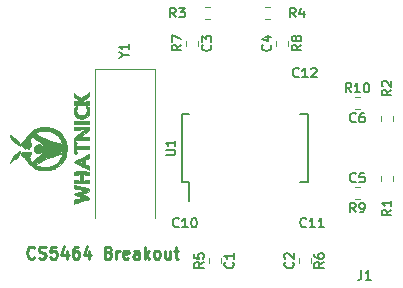
<source format=gto>
G04 #@! TF.GenerationSoftware,KiCad,Pcbnew,(2018-02-15 revision 29b28de31)-makepkg*
G04 #@! TF.CreationDate,2019-01-06T21:13:36+03:00*
G04 #@! TF.ProjectId,CS5464_Breakout,4353353436345F427265616B6F75742E,rev?*
G04 #@! TF.SameCoordinates,Original*
G04 #@! TF.FileFunction,Legend,Top*
G04 #@! TF.FilePolarity,Positive*
%FSLAX46Y46*%
G04 Gerber Fmt 4.6, Leading zero omitted, Abs format (unit mm)*
G04 Created by KiCad (PCBNEW (2018-02-15 revision 29b28de31)-makepkg) date 01/06/19 21:13:36*
%MOMM*%
%LPD*%
G01*
G04 APERTURE LIST*
%ADD10C,0.250000*%
%ADD11C,0.010000*%
%ADD12C,0.120000*%
%ADD13C,0.150000*%
%ADD14C,0.200000*%
G04 APERTURE END LIST*
D10*
X113006904Y-102592142D02*
X112959285Y-102639761D01*
X112816428Y-102687380D01*
X112721190Y-102687380D01*
X112578333Y-102639761D01*
X112483095Y-102544523D01*
X112435476Y-102449285D01*
X112387857Y-102258809D01*
X112387857Y-102115952D01*
X112435476Y-101925476D01*
X112483095Y-101830238D01*
X112578333Y-101735000D01*
X112721190Y-101687380D01*
X112816428Y-101687380D01*
X112959285Y-101735000D01*
X113006904Y-101782619D01*
X113387857Y-102639761D02*
X113530714Y-102687380D01*
X113768809Y-102687380D01*
X113864047Y-102639761D01*
X113911666Y-102592142D01*
X113959285Y-102496904D01*
X113959285Y-102401666D01*
X113911666Y-102306428D01*
X113864047Y-102258809D01*
X113768809Y-102211190D01*
X113578333Y-102163571D01*
X113483095Y-102115952D01*
X113435476Y-102068333D01*
X113387857Y-101973095D01*
X113387857Y-101877857D01*
X113435476Y-101782619D01*
X113483095Y-101735000D01*
X113578333Y-101687380D01*
X113816428Y-101687380D01*
X113959285Y-101735000D01*
X114864047Y-101687380D02*
X114387857Y-101687380D01*
X114340238Y-102163571D01*
X114387857Y-102115952D01*
X114483095Y-102068333D01*
X114721190Y-102068333D01*
X114816428Y-102115952D01*
X114864047Y-102163571D01*
X114911666Y-102258809D01*
X114911666Y-102496904D01*
X114864047Y-102592142D01*
X114816428Y-102639761D01*
X114721190Y-102687380D01*
X114483095Y-102687380D01*
X114387857Y-102639761D01*
X114340238Y-102592142D01*
X115768809Y-102020714D02*
X115768809Y-102687380D01*
X115530714Y-101639761D02*
X115292619Y-102354047D01*
X115911666Y-102354047D01*
X116721190Y-101687380D02*
X116530714Y-101687380D01*
X116435476Y-101735000D01*
X116387857Y-101782619D01*
X116292619Y-101925476D01*
X116245000Y-102115952D01*
X116245000Y-102496904D01*
X116292619Y-102592142D01*
X116340238Y-102639761D01*
X116435476Y-102687380D01*
X116625952Y-102687380D01*
X116721190Y-102639761D01*
X116768809Y-102592142D01*
X116816428Y-102496904D01*
X116816428Y-102258809D01*
X116768809Y-102163571D01*
X116721190Y-102115952D01*
X116625952Y-102068333D01*
X116435476Y-102068333D01*
X116340238Y-102115952D01*
X116292619Y-102163571D01*
X116245000Y-102258809D01*
X117673571Y-102020714D02*
X117673571Y-102687380D01*
X117435476Y-101639761D02*
X117197380Y-102354047D01*
X117816428Y-102354047D01*
X119292619Y-102163571D02*
X119435476Y-102211190D01*
X119483095Y-102258809D01*
X119530714Y-102354047D01*
X119530714Y-102496904D01*
X119483095Y-102592142D01*
X119435476Y-102639761D01*
X119340238Y-102687380D01*
X118959285Y-102687380D01*
X118959285Y-101687380D01*
X119292619Y-101687380D01*
X119387857Y-101735000D01*
X119435476Y-101782619D01*
X119483095Y-101877857D01*
X119483095Y-101973095D01*
X119435476Y-102068333D01*
X119387857Y-102115952D01*
X119292619Y-102163571D01*
X118959285Y-102163571D01*
X119959285Y-102687380D02*
X119959285Y-102020714D01*
X119959285Y-102211190D02*
X120006904Y-102115952D01*
X120054523Y-102068333D01*
X120149761Y-102020714D01*
X120245000Y-102020714D01*
X120959285Y-102639761D02*
X120864047Y-102687380D01*
X120673571Y-102687380D01*
X120578333Y-102639761D01*
X120530714Y-102544523D01*
X120530714Y-102163571D01*
X120578333Y-102068333D01*
X120673571Y-102020714D01*
X120864047Y-102020714D01*
X120959285Y-102068333D01*
X121006904Y-102163571D01*
X121006904Y-102258809D01*
X120530714Y-102354047D01*
X121864047Y-102687380D02*
X121864047Y-102163571D01*
X121816428Y-102068333D01*
X121721190Y-102020714D01*
X121530714Y-102020714D01*
X121435476Y-102068333D01*
X121864047Y-102639761D02*
X121768809Y-102687380D01*
X121530714Y-102687380D01*
X121435476Y-102639761D01*
X121387857Y-102544523D01*
X121387857Y-102449285D01*
X121435476Y-102354047D01*
X121530714Y-102306428D01*
X121768809Y-102306428D01*
X121864047Y-102258809D01*
X122340238Y-102687380D02*
X122340238Y-101687380D01*
X122435476Y-102306428D02*
X122721190Y-102687380D01*
X122721190Y-102020714D02*
X122340238Y-102401666D01*
X123292619Y-102687380D02*
X123197380Y-102639761D01*
X123149761Y-102592142D01*
X123102142Y-102496904D01*
X123102142Y-102211190D01*
X123149761Y-102115952D01*
X123197380Y-102068333D01*
X123292619Y-102020714D01*
X123435476Y-102020714D01*
X123530714Y-102068333D01*
X123578333Y-102115952D01*
X123625952Y-102211190D01*
X123625952Y-102496904D01*
X123578333Y-102592142D01*
X123530714Y-102639761D01*
X123435476Y-102687380D01*
X123292619Y-102687380D01*
X124483095Y-102020714D02*
X124483095Y-102687380D01*
X124054523Y-102020714D02*
X124054523Y-102544523D01*
X124102142Y-102639761D01*
X124197380Y-102687380D01*
X124340238Y-102687380D01*
X124435476Y-102639761D01*
X124483095Y-102592142D01*
X124816428Y-102020714D02*
X125197380Y-102020714D01*
X124959285Y-101687380D02*
X124959285Y-102544523D01*
X125006904Y-102639761D01*
X125102142Y-102687380D01*
X125197380Y-102687380D01*
D11*
G36*
X116350986Y-96484967D02*
X116432220Y-96472412D01*
X116474875Y-96483411D01*
X116601354Y-96518829D01*
X116811273Y-96576098D01*
X117065312Y-96644515D01*
X117141625Y-96664914D01*
X117443069Y-96757672D01*
X117619439Y-96843898D01*
X117672245Y-96927272D01*
X117603001Y-97011477D01*
X117413220Y-97100194D01*
X117332125Y-97128532D01*
X116998750Y-97239270D01*
X117316250Y-97345455D01*
X117545617Y-97441008D01*
X117648071Y-97532310D01*
X117623590Y-97620109D01*
X117472154Y-97705155D01*
X117304460Y-97759639D01*
X117043171Y-97834523D01*
X116780099Y-97913487D01*
X116654063Y-97953100D01*
X116483617Y-98006910D01*
X116372631Y-98039518D01*
X116352438Y-98044000D01*
X116337124Y-97989426D01*
X116332000Y-97883258D01*
X116340694Y-97784541D01*
X116384640Y-97721950D01*
X116490629Y-97680896D01*
X116685454Y-97646792D01*
X116793604Y-97631916D01*
X116961535Y-97598461D01*
X117055060Y-97557961D01*
X117062305Y-97536090D01*
X116986966Y-97489699D01*
X116827402Y-97426852D01*
X116671611Y-97377180D01*
X116491931Y-97315187D01*
X116384832Y-97258690D01*
X116371159Y-97225487D01*
X116457822Y-97181589D01*
X116626456Y-97115979D01*
X116803701Y-97055097D01*
X117180152Y-96932750D01*
X116756076Y-96839280D01*
X116529966Y-96784798D01*
X116401957Y-96736181D01*
X116344989Y-96677760D01*
X116332000Y-96593868D01*
X116332000Y-96593749D01*
X116350986Y-96484967D01*
X116350986Y-96484967D01*
G37*
X116350986Y-96484967D02*
X116432220Y-96472412D01*
X116474875Y-96483411D01*
X116601354Y-96518829D01*
X116811273Y-96576098D01*
X117065312Y-96644515D01*
X117141625Y-96664914D01*
X117443069Y-96757672D01*
X117619439Y-96843898D01*
X117672245Y-96927272D01*
X117603001Y-97011477D01*
X117413220Y-97100194D01*
X117332125Y-97128532D01*
X116998750Y-97239270D01*
X117316250Y-97345455D01*
X117545617Y-97441008D01*
X117648071Y-97532310D01*
X117623590Y-97620109D01*
X117472154Y-97705155D01*
X117304460Y-97759639D01*
X117043171Y-97834523D01*
X116780099Y-97913487D01*
X116654063Y-97953100D01*
X116483617Y-98006910D01*
X116372631Y-98039518D01*
X116352438Y-98044000D01*
X116337124Y-97989426D01*
X116332000Y-97883258D01*
X116340694Y-97784541D01*
X116384640Y-97721950D01*
X116490629Y-97680896D01*
X116685454Y-97646792D01*
X116793604Y-97631916D01*
X116961535Y-97598461D01*
X117055060Y-97557961D01*
X117062305Y-97536090D01*
X116986966Y-97489699D01*
X116827402Y-97426852D01*
X116671611Y-97377180D01*
X116491931Y-97315187D01*
X116384832Y-97258690D01*
X116371159Y-97225487D01*
X116457822Y-97181589D01*
X116626456Y-97115979D01*
X116803701Y-97055097D01*
X117180152Y-96932750D01*
X116756076Y-96839280D01*
X116529966Y-96784798D01*
X116401957Y-96736181D01*
X116344989Y-96677760D01*
X116332000Y-96593868D01*
X116332000Y-96593749D01*
X116350986Y-96484967D01*
G36*
X116336458Y-95397282D02*
X116364917Y-95353744D01*
X116440000Y-95328715D01*
X116584331Y-95317071D01*
X116820534Y-95313692D01*
X116998750Y-95313500D01*
X117295433Y-95314510D01*
X117487741Y-95320953D01*
X117598298Y-95337951D01*
X117649727Y-95370627D01*
X117664653Y-95424103D01*
X117665500Y-95464450D01*
X117655299Y-95555942D01*
X117602216Y-95594081D01*
X117472524Y-95592881D01*
X117379750Y-95583192D01*
X117094000Y-95550984D01*
X117094000Y-96092017D01*
X117379750Y-96059809D01*
X117555121Y-96045430D01*
X117638645Y-96064058D01*
X117664046Y-96129705D01*
X117665500Y-96178551D01*
X117661041Y-96245719D01*
X117632582Y-96289257D01*
X117557499Y-96314286D01*
X117413168Y-96325930D01*
X117176965Y-96329309D01*
X116998750Y-96329500D01*
X116702066Y-96328491D01*
X116509758Y-96322048D01*
X116399201Y-96305050D01*
X116347772Y-96272374D01*
X116332846Y-96218898D01*
X116332000Y-96178551D01*
X116342200Y-96087059D01*
X116395283Y-96048920D01*
X116524975Y-96050120D01*
X116617750Y-96059809D01*
X116903500Y-96092017D01*
X116903500Y-95550984D01*
X116617750Y-95583192D01*
X116442378Y-95597571D01*
X116358854Y-95578943D01*
X116333453Y-95513296D01*
X116332000Y-95464450D01*
X116336458Y-95397282D01*
X116336458Y-95397282D01*
G37*
X116336458Y-95397282D02*
X116364917Y-95353744D01*
X116440000Y-95328715D01*
X116584331Y-95317071D01*
X116820534Y-95313692D01*
X116998750Y-95313500D01*
X117295433Y-95314510D01*
X117487741Y-95320953D01*
X117598298Y-95337951D01*
X117649727Y-95370627D01*
X117664653Y-95424103D01*
X117665500Y-95464450D01*
X117655299Y-95555942D01*
X117602216Y-95594081D01*
X117472524Y-95592881D01*
X117379750Y-95583192D01*
X117094000Y-95550984D01*
X117094000Y-96092017D01*
X117379750Y-96059809D01*
X117555121Y-96045430D01*
X117638645Y-96064058D01*
X117664046Y-96129705D01*
X117665500Y-96178551D01*
X117661041Y-96245719D01*
X117632582Y-96289257D01*
X117557499Y-96314286D01*
X117413168Y-96325930D01*
X117176965Y-96329309D01*
X116998750Y-96329500D01*
X116702066Y-96328491D01*
X116509758Y-96322048D01*
X116399201Y-96305050D01*
X116347772Y-96272374D01*
X116332846Y-96218898D01*
X116332000Y-96178551D01*
X116342200Y-96087059D01*
X116395283Y-96048920D01*
X116524975Y-96050120D01*
X116617750Y-96059809D01*
X116903500Y-96092017D01*
X116903500Y-95550984D01*
X116617750Y-95583192D01*
X116442378Y-95597571D01*
X116358854Y-95578943D01*
X116333453Y-95513296D01*
X116332000Y-95464450D01*
X116336458Y-95397282D01*
G36*
X116424131Y-94466452D02*
X116583140Y-94384022D01*
X116807192Y-94272622D01*
X117028692Y-94165307D01*
X117665500Y-93860165D01*
X117665500Y-94039145D01*
X117643007Y-94171971D01*
X117549950Y-94237367D01*
X117471118Y-94257002D01*
X117344022Y-94294458D01*
X117294643Y-94366008D01*
X117295127Y-94515564D01*
X117296493Y-94532306D01*
X117327228Y-94698572D01*
X117400291Y-94780150D01*
X117475000Y-94805504D01*
X117605275Y-94878056D01*
X117654510Y-95021307D01*
X117653725Y-95140182D01*
X117622760Y-95174212D01*
X117547108Y-95137393D01*
X117382866Y-95057901D01*
X117155841Y-94948214D01*
X116974749Y-94860815D01*
X116974749Y-94610854D01*
X117027735Y-94559931D01*
X117030500Y-94525695D01*
X116983959Y-94463527D01*
X116898132Y-94471005D01*
X116813053Y-94508634D01*
X116845513Y-94556111D01*
X116850507Y-94559338D01*
X116974749Y-94610854D01*
X116974749Y-94860815D01*
X116944242Y-94846091D01*
X116695871Y-94721648D01*
X116501069Y-94615130D01*
X116381437Y-94538958D01*
X116355060Y-94507273D01*
X116424131Y-94466452D01*
X116424131Y-94466452D01*
G37*
X116424131Y-94466452D02*
X116583140Y-94384022D01*
X116807192Y-94272622D01*
X117028692Y-94165307D01*
X117665500Y-93860165D01*
X117665500Y-94039145D01*
X117643007Y-94171971D01*
X117549950Y-94237367D01*
X117471118Y-94257002D01*
X117344022Y-94294458D01*
X117294643Y-94366008D01*
X117295127Y-94515564D01*
X117296493Y-94532306D01*
X117327228Y-94698572D01*
X117400291Y-94780150D01*
X117475000Y-94805504D01*
X117605275Y-94878056D01*
X117654510Y-95021307D01*
X117653725Y-95140182D01*
X117622760Y-95174212D01*
X117547108Y-95137393D01*
X117382866Y-95057901D01*
X117155841Y-94948214D01*
X116974749Y-94860815D01*
X116974749Y-94610854D01*
X117027735Y-94559931D01*
X117030500Y-94525695D01*
X116983959Y-94463527D01*
X116898132Y-94471005D01*
X116813053Y-94508634D01*
X116845513Y-94556111D01*
X116850507Y-94559338D01*
X116974749Y-94610854D01*
X116974749Y-94860815D01*
X116944242Y-94846091D01*
X116695871Y-94721648D01*
X116501069Y-94615130D01*
X116381437Y-94538958D01*
X116355060Y-94507273D01*
X116424131Y-94466452D01*
G36*
X116776500Y-92142929D02*
X116975835Y-91990785D01*
X117128921Y-91866482D01*
X117212356Y-91789356D01*
X117221000Y-91775738D01*
X117163142Y-91762560D01*
X117010826Y-91762246D01*
X116795933Y-91774752D01*
X116776500Y-91776346D01*
X116544562Y-91793485D01*
X116411584Y-91791989D01*
X116350128Y-91765567D01*
X116332753Y-91707926D01*
X116332000Y-91674431D01*
X116338103Y-91612459D01*
X116371469Y-91572283D01*
X116454678Y-91549189D01*
X116610314Y-91538464D01*
X116860957Y-91535392D01*
X116998750Y-91535250D01*
X117295908Y-91536709D01*
X117488594Y-91544053D01*
X117599328Y-91561738D01*
X117650628Y-91594216D01*
X117665014Y-91645942D01*
X117665500Y-91667118D01*
X117608495Y-91790545D01*
X117436297Y-91957807D01*
X117277115Y-92079868D01*
X116888731Y-92360750D01*
X117277115Y-92379656D01*
X117493639Y-92395403D01*
X117611483Y-92422787D01*
X117658959Y-92472224D01*
X117665500Y-92522531D01*
X117655179Y-92581643D01*
X117608102Y-92618310D01*
X117500094Y-92637810D01*
X117306983Y-92645420D01*
X117097747Y-92646500D01*
X116778493Y-92657417D01*
X116565206Y-92688849D01*
X116463820Y-92738822D01*
X116480272Y-92805361D01*
X116523470Y-92837600D01*
X116574591Y-92932412D01*
X116569300Y-93021001D01*
X116559458Y-93084453D01*
X116585699Y-93123767D01*
X116670926Y-93144706D01*
X116838039Y-93153029D01*
X117099944Y-93154500D01*
X117368854Y-93155986D01*
X117535315Y-93164806D01*
X117623877Y-93187506D01*
X117659087Y-93230629D01*
X117665495Y-93300721D01*
X117665500Y-93305278D01*
X117661138Y-93376129D01*
X117631867Y-93418732D01*
X117553406Y-93438056D01*
X117401472Y-93439074D01*
X117151786Y-93426754D01*
X117089421Y-93423209D01*
X116513342Y-93390363D01*
X116555930Y-93617373D01*
X116576924Y-93765014D01*
X116553714Y-93819543D01*
X116471994Y-93811278D01*
X116465258Y-93809536D01*
X116405101Y-93785113D01*
X116366379Y-93733676D01*
X116344413Y-93631151D01*
X116334522Y-93453462D01*
X116332026Y-93176535D01*
X116332000Y-93124075D01*
X116332000Y-92473463D01*
X116776500Y-92142929D01*
X116776500Y-92142929D01*
G37*
X116776500Y-92142929D02*
X116975835Y-91990785D01*
X117128921Y-91866482D01*
X117212356Y-91789356D01*
X117221000Y-91775738D01*
X117163142Y-91762560D01*
X117010826Y-91762246D01*
X116795933Y-91774752D01*
X116776500Y-91776346D01*
X116544562Y-91793485D01*
X116411584Y-91791989D01*
X116350128Y-91765567D01*
X116332753Y-91707926D01*
X116332000Y-91674431D01*
X116338103Y-91612459D01*
X116371469Y-91572283D01*
X116454678Y-91549189D01*
X116610314Y-91538464D01*
X116860957Y-91535392D01*
X116998750Y-91535250D01*
X117295908Y-91536709D01*
X117488594Y-91544053D01*
X117599328Y-91561738D01*
X117650628Y-91594216D01*
X117665014Y-91645942D01*
X117665500Y-91667118D01*
X117608495Y-91790545D01*
X117436297Y-91957807D01*
X117277115Y-92079868D01*
X116888731Y-92360750D01*
X117277115Y-92379656D01*
X117493639Y-92395403D01*
X117611483Y-92422787D01*
X117658959Y-92472224D01*
X117665500Y-92522531D01*
X117655179Y-92581643D01*
X117608102Y-92618310D01*
X117500094Y-92637810D01*
X117306983Y-92645420D01*
X117097747Y-92646500D01*
X116778493Y-92657417D01*
X116565206Y-92688849D01*
X116463820Y-92738822D01*
X116480272Y-92805361D01*
X116523470Y-92837600D01*
X116574591Y-92932412D01*
X116569300Y-93021001D01*
X116559458Y-93084453D01*
X116585699Y-93123767D01*
X116670926Y-93144706D01*
X116838039Y-93153029D01*
X117099944Y-93154500D01*
X117368854Y-93155986D01*
X117535315Y-93164806D01*
X117623877Y-93187506D01*
X117659087Y-93230629D01*
X117665495Y-93300721D01*
X117665500Y-93305278D01*
X117661138Y-93376129D01*
X117631867Y-93418732D01*
X117553406Y-93438056D01*
X117401472Y-93439074D01*
X117151786Y-93426754D01*
X117089421Y-93423209D01*
X116513342Y-93390363D01*
X116555930Y-93617373D01*
X116576924Y-93765014D01*
X116553714Y-93819543D01*
X116471994Y-93811278D01*
X116465258Y-93809536D01*
X116405101Y-93785113D01*
X116366379Y-93733676D01*
X116344413Y-93631151D01*
X116334522Y-93453462D01*
X116332026Y-93176535D01*
X116332000Y-93124075D01*
X116332000Y-92473463D01*
X116776500Y-92142929D01*
G36*
X116337540Y-91106528D02*
X116369230Y-91065301D01*
X116449670Y-91041601D01*
X116601462Y-91030586D01*
X116847207Y-91027411D01*
X116998750Y-91027250D01*
X117295539Y-91028438D01*
X117487932Y-91035228D01*
X117598531Y-91052466D01*
X117649936Y-91084992D01*
X117664749Y-91137652D01*
X117665500Y-91170125D01*
X117659959Y-91233723D01*
X117628269Y-91274950D01*
X117547829Y-91298650D01*
X117396037Y-91309665D01*
X117150292Y-91312840D01*
X116998750Y-91313000D01*
X116701960Y-91311813D01*
X116509567Y-91305023D01*
X116398968Y-91287785D01*
X116347563Y-91255259D01*
X116332750Y-91202599D01*
X116332000Y-91170125D01*
X116337540Y-91106528D01*
X116337540Y-91106528D01*
G37*
X116337540Y-91106528D02*
X116369230Y-91065301D01*
X116449670Y-91041601D01*
X116601462Y-91030586D01*
X116847207Y-91027411D01*
X116998750Y-91027250D01*
X117295539Y-91028438D01*
X117487932Y-91035228D01*
X117598531Y-91052466D01*
X117649936Y-91084992D01*
X117664749Y-91137652D01*
X117665500Y-91170125D01*
X117659959Y-91233723D01*
X117628269Y-91274950D01*
X117547829Y-91298650D01*
X117396037Y-91309665D01*
X117150292Y-91312840D01*
X116998750Y-91313000D01*
X116701960Y-91311813D01*
X116509567Y-91305023D01*
X116398968Y-91287785D01*
X116347563Y-91255259D01*
X116332750Y-91202599D01*
X116332000Y-91170125D01*
X116337540Y-91106528D01*
G36*
X116355656Y-89954311D02*
X116426785Y-89828655D01*
X116530503Y-89789000D01*
X116624778Y-89812267D01*
X116617046Y-89898526D01*
X116616377Y-89900125D01*
X116552206Y-90162580D01*
X116592299Y-90372894D01*
X116728211Y-90515671D01*
X116951495Y-90575514D01*
X116987410Y-90576400D01*
X117231644Y-90526820D01*
X117398107Y-90394018D01*
X117471833Y-90201906D01*
X117437857Y-89974394D01*
X117406555Y-89906761D01*
X117371041Y-89813578D01*
X117427873Y-89793316D01*
X117485930Y-89799811D01*
X117574046Y-89827353D01*
X117622134Y-89900121D01*
X117645955Y-90051516D01*
X117652928Y-90153708D01*
X117655098Y-90366998D01*
X117621319Y-90505824D01*
X117537372Y-90620850D01*
X117515522Y-90643250D01*
X117270243Y-90813088D01*
X117004765Y-90859489D01*
X116730361Y-90782058D01*
X116566928Y-90676629D01*
X116442413Y-90528180D01*
X116364805Y-90336616D01*
X116335441Y-90134479D01*
X116355656Y-89954311D01*
X116355656Y-89954311D01*
G37*
X116355656Y-89954311D02*
X116426785Y-89828655D01*
X116530503Y-89789000D01*
X116624778Y-89812267D01*
X116617046Y-89898526D01*
X116616377Y-89900125D01*
X116552206Y-90162580D01*
X116592299Y-90372894D01*
X116728211Y-90515671D01*
X116951495Y-90575514D01*
X116987410Y-90576400D01*
X117231644Y-90526820D01*
X117398107Y-90394018D01*
X117471833Y-90201906D01*
X117437857Y-89974394D01*
X117406555Y-89906761D01*
X117371041Y-89813578D01*
X117427873Y-89793316D01*
X117485930Y-89799811D01*
X117574046Y-89827353D01*
X117622134Y-89900121D01*
X117645955Y-90051516D01*
X117652928Y-90153708D01*
X117655098Y-90366998D01*
X117621319Y-90505824D01*
X117537372Y-90620850D01*
X117515522Y-90643250D01*
X117270243Y-90813088D01*
X117004765Y-90859489D01*
X116730361Y-90782058D01*
X116566928Y-90676629D01*
X116442413Y-90528180D01*
X116364805Y-90336616D01*
X116335441Y-90134479D01*
X116355656Y-89954311D01*
G36*
X116340658Y-89396406D02*
X116389720Y-89356274D01*
X116513813Y-89361411D01*
X116601875Y-89374040D01*
X116871750Y-89414743D01*
X116649500Y-89222580D01*
X116507390Y-89107560D01*
X116403938Y-89037974D01*
X116379625Y-89028709D01*
X116346504Y-88972063D01*
X116332024Y-88837463D01*
X116332000Y-88831104D01*
X116332000Y-88635207D01*
X116626898Y-88894787D01*
X116811371Y-89039342D01*
X116943231Y-89105837D01*
X116992023Y-89102044D01*
X117077057Y-89036092D01*
X117225263Y-88918944D01*
X117363875Y-88808461D01*
X117665500Y-88567202D01*
X117665500Y-88760172D01*
X117636585Y-88913489D01*
X117529291Y-89032912D01*
X117450388Y-89086089D01*
X117287088Y-89199857D01*
X117162645Y-89308378D01*
X117148763Y-89324017D01*
X117108698Y-89385091D01*
X117138415Y-89408684D01*
X117260039Y-89401375D01*
X117363875Y-89387965D01*
X117545072Y-89367573D01*
X117633769Y-89379755D01*
X117662902Y-89437230D01*
X117665500Y-89504465D01*
X117665500Y-89662000D01*
X116332000Y-89662000D01*
X116332000Y-89497669D01*
X116340658Y-89396406D01*
X116340658Y-89396406D01*
G37*
X116340658Y-89396406D02*
X116389720Y-89356274D01*
X116513813Y-89361411D01*
X116601875Y-89374040D01*
X116871750Y-89414743D01*
X116649500Y-89222580D01*
X116507390Y-89107560D01*
X116403938Y-89037974D01*
X116379625Y-89028709D01*
X116346504Y-88972063D01*
X116332024Y-88837463D01*
X116332000Y-88831104D01*
X116332000Y-88635207D01*
X116626898Y-88894787D01*
X116811371Y-89039342D01*
X116943231Y-89105837D01*
X116992023Y-89102044D01*
X117077057Y-89036092D01*
X117225263Y-88918944D01*
X117363875Y-88808461D01*
X117665500Y-88567202D01*
X117665500Y-88760172D01*
X117636585Y-88913489D01*
X117529291Y-89032912D01*
X117450388Y-89086089D01*
X117287088Y-89199857D01*
X117162645Y-89308378D01*
X117148763Y-89324017D01*
X117108698Y-89385091D01*
X117138415Y-89408684D01*
X117260039Y-89401375D01*
X117363875Y-89387965D01*
X117545072Y-89367573D01*
X117633769Y-89379755D01*
X117662902Y-89437230D01*
X117665500Y-89504465D01*
X117665500Y-89662000D01*
X116332000Y-89662000D01*
X116332000Y-89497669D01*
X116340658Y-89396406D01*
G36*
X111906447Y-93727034D02*
X112020933Y-93679221D01*
X112243977Y-93663210D01*
X112335779Y-93662500D01*
X112568501Y-93664576D01*
X112699031Y-93676622D01*
X112752172Y-93707369D01*
X112752724Y-93765545D01*
X112741714Y-93805375D01*
X112670279Y-93960577D01*
X112613568Y-94038099D01*
X112567097Y-94117474D01*
X112595319Y-94214612D01*
X112656255Y-94307690D01*
X112784243Y-94487433D01*
X113287511Y-94104327D01*
X113593070Y-93850609D01*
X113782834Y-93631868D01*
X113856754Y-93431733D01*
X113814776Y-93233838D01*
X113656850Y-93021812D01*
X113382926Y-92779288D01*
X113283118Y-92701928D01*
X113060562Y-92534956D01*
X112914640Y-92435799D01*
X112821480Y-92394629D01*
X112757214Y-92401621D01*
X112697971Y-92446949D01*
X112687667Y-92456808D01*
X112616522Y-92537546D01*
X112600898Y-92619163D01*
X112638831Y-92749003D01*
X112672038Y-92833745D01*
X112732011Y-92998704D01*
X112739334Y-93084143D01*
X112695077Y-93125624D01*
X112680995Y-93131443D01*
X112600474Y-93218124D01*
X112585500Y-93288294D01*
X112543921Y-93387459D01*
X112490250Y-93408500D01*
X112412678Y-93355561D01*
X112395000Y-93281500D01*
X112368407Y-93178315D01*
X112331500Y-93154500D01*
X112279907Y-93207685D01*
X112268000Y-93281500D01*
X112228295Y-93384929D01*
X112172750Y-93408500D01*
X112095178Y-93355561D01*
X112077500Y-93281500D01*
X112034894Y-93175846D01*
X111975366Y-93154500D01*
X111907752Y-93109989D01*
X111911888Y-92994972D01*
X111979088Y-92837223D01*
X112100666Y-92664516D01*
X112143435Y-92617086D01*
X112294822Y-92453143D01*
X112474094Y-92252138D01*
X112563121Y-92149777D01*
X112900580Y-91844772D01*
X113282713Y-91645857D01*
X113691202Y-91548847D01*
X114107728Y-91549555D01*
X114513975Y-91643795D01*
X114891624Y-91827379D01*
X115222357Y-92096122D01*
X115487858Y-92445837D01*
X115665875Y-92858917D01*
X115749995Y-93337818D01*
X115710635Y-93802288D01*
X115667172Y-93965917D01*
X115474308Y-94376295D01*
X115173384Y-94739305D01*
X114779904Y-95036924D01*
X114712750Y-95075424D01*
X114549573Y-95150062D01*
X114368742Y-95193605D01*
X114129374Y-95213338D01*
X113919000Y-95216858D01*
X113679923Y-95199427D01*
X113679923Y-94923965D01*
X114072634Y-94919046D01*
X114458645Y-94826271D01*
X114804094Y-94654082D01*
X115075116Y-94410920D01*
X115091981Y-94389424D01*
X115308873Y-94008842D01*
X115417196Y-93593775D01*
X115415019Y-93170185D01*
X115300410Y-92764036D01*
X115224019Y-92614601D01*
X114966477Y-92289056D01*
X114638254Y-92047953D01*
X114263923Y-91899047D01*
X113868056Y-91850091D01*
X113475226Y-91908841D01*
X113259680Y-91994706D01*
X113076611Y-92086995D01*
X113354930Y-92245924D01*
X113740147Y-92457455D01*
X114059877Y-92610764D01*
X114351923Y-92721522D01*
X114654093Y-92805395D01*
X114765258Y-92830443D01*
X115018257Y-92887516D01*
X115174462Y-92935425D01*
X115261654Y-92989698D01*
X115307617Y-93065863D01*
X115331855Y-93147122D01*
X115354139Y-93347864D01*
X115340215Y-93576725D01*
X115333463Y-93615586D01*
X115281615Y-93877761D01*
X114843820Y-93958561D01*
X114480485Y-94054249D01*
X114062791Y-94210359D01*
X113635781Y-94408271D01*
X113290747Y-94600586D01*
X113075244Y-94732669D01*
X113314377Y-94832585D01*
X113679923Y-94923965D01*
X113679923Y-95199427D01*
X113463722Y-95183663D01*
X113092198Y-95074544D01*
X112779394Y-94879109D01*
X112550568Y-94648840D01*
X112387405Y-94455661D01*
X112226581Y-94266627D01*
X112171413Y-94202250D01*
X111985979Y-93974452D01*
X111896226Y-93820745D01*
X111906447Y-93727034D01*
X111906447Y-93727034D01*
G37*
X111906447Y-93727034D02*
X112020933Y-93679221D01*
X112243977Y-93663210D01*
X112335779Y-93662500D01*
X112568501Y-93664576D01*
X112699031Y-93676622D01*
X112752172Y-93707369D01*
X112752724Y-93765545D01*
X112741714Y-93805375D01*
X112670279Y-93960577D01*
X112613568Y-94038099D01*
X112567097Y-94117474D01*
X112595319Y-94214612D01*
X112656255Y-94307690D01*
X112784243Y-94487433D01*
X113287511Y-94104327D01*
X113593070Y-93850609D01*
X113782834Y-93631868D01*
X113856754Y-93431733D01*
X113814776Y-93233838D01*
X113656850Y-93021812D01*
X113382926Y-92779288D01*
X113283118Y-92701928D01*
X113060562Y-92534956D01*
X112914640Y-92435799D01*
X112821480Y-92394629D01*
X112757214Y-92401621D01*
X112697971Y-92446949D01*
X112687667Y-92456808D01*
X112616522Y-92537546D01*
X112600898Y-92619163D01*
X112638831Y-92749003D01*
X112672038Y-92833745D01*
X112732011Y-92998704D01*
X112739334Y-93084143D01*
X112695077Y-93125624D01*
X112680995Y-93131443D01*
X112600474Y-93218124D01*
X112585500Y-93288294D01*
X112543921Y-93387459D01*
X112490250Y-93408500D01*
X112412678Y-93355561D01*
X112395000Y-93281500D01*
X112368407Y-93178315D01*
X112331500Y-93154500D01*
X112279907Y-93207685D01*
X112268000Y-93281500D01*
X112228295Y-93384929D01*
X112172750Y-93408500D01*
X112095178Y-93355561D01*
X112077500Y-93281500D01*
X112034894Y-93175846D01*
X111975366Y-93154500D01*
X111907752Y-93109989D01*
X111911888Y-92994972D01*
X111979088Y-92837223D01*
X112100666Y-92664516D01*
X112143435Y-92617086D01*
X112294822Y-92453143D01*
X112474094Y-92252138D01*
X112563121Y-92149777D01*
X112900580Y-91844772D01*
X113282713Y-91645857D01*
X113691202Y-91548847D01*
X114107728Y-91549555D01*
X114513975Y-91643795D01*
X114891624Y-91827379D01*
X115222357Y-92096122D01*
X115487858Y-92445837D01*
X115665875Y-92858917D01*
X115749995Y-93337818D01*
X115710635Y-93802288D01*
X115667172Y-93965917D01*
X115474308Y-94376295D01*
X115173384Y-94739305D01*
X114779904Y-95036924D01*
X114712750Y-95075424D01*
X114549573Y-95150062D01*
X114368742Y-95193605D01*
X114129374Y-95213338D01*
X113919000Y-95216858D01*
X113679923Y-95199427D01*
X113679923Y-94923965D01*
X114072634Y-94919046D01*
X114458645Y-94826271D01*
X114804094Y-94654082D01*
X115075116Y-94410920D01*
X115091981Y-94389424D01*
X115308873Y-94008842D01*
X115417196Y-93593775D01*
X115415019Y-93170185D01*
X115300410Y-92764036D01*
X115224019Y-92614601D01*
X114966477Y-92289056D01*
X114638254Y-92047953D01*
X114263923Y-91899047D01*
X113868056Y-91850091D01*
X113475226Y-91908841D01*
X113259680Y-91994706D01*
X113076611Y-92086995D01*
X113354930Y-92245924D01*
X113740147Y-92457455D01*
X114059877Y-92610764D01*
X114351923Y-92721522D01*
X114654093Y-92805395D01*
X114765258Y-92830443D01*
X115018257Y-92887516D01*
X115174462Y-92935425D01*
X115261654Y-92989698D01*
X115307617Y-93065863D01*
X115331855Y-93147122D01*
X115354139Y-93347864D01*
X115340215Y-93576725D01*
X115333463Y-93615586D01*
X115281615Y-93877761D01*
X114843820Y-93958561D01*
X114480485Y-94054249D01*
X114062791Y-94210359D01*
X113635781Y-94408271D01*
X113290747Y-94600586D01*
X113075244Y-94732669D01*
X113314377Y-94832585D01*
X113679923Y-94923965D01*
X113679923Y-95199427D01*
X113463722Y-95183663D01*
X113092198Y-95074544D01*
X112779394Y-94879109D01*
X112550568Y-94648840D01*
X112387405Y-94455661D01*
X112226581Y-94266627D01*
X112171413Y-94202250D01*
X111985979Y-93974452D01*
X111896226Y-93820745D01*
X111906447Y-93727034D01*
G36*
X112999818Y-93216753D02*
X113114325Y-93088372D01*
X113200467Y-93036998D01*
X113384860Y-92995996D01*
X113547096Y-93053163D01*
X113668867Y-93179723D01*
X113731867Y-93346903D01*
X113717789Y-93525929D01*
X113612374Y-93684409D01*
X113430547Y-93778383D01*
X113240893Y-93770282D01*
X113079214Y-93675703D01*
X112981311Y-93510238D01*
X112967472Y-93403500D01*
X112999818Y-93216753D01*
X112999818Y-93216753D01*
G37*
X112999818Y-93216753D02*
X113114325Y-93088372D01*
X113200467Y-93036998D01*
X113384860Y-92995996D01*
X113547096Y-93053163D01*
X113668867Y-93179723D01*
X113731867Y-93346903D01*
X113717789Y-93525929D01*
X113612374Y-93684409D01*
X113430547Y-93778383D01*
X113240893Y-93770282D01*
X113079214Y-93675703D01*
X112981311Y-93510238D01*
X112967472Y-93403500D01*
X112999818Y-93216753D01*
G36*
X111098002Y-94242461D02*
X111210484Y-94055143D01*
X111315778Y-93917906D01*
X111377252Y-93868028D01*
X111486957Y-93804054D01*
X111628681Y-93691364D01*
X111648875Y-93673062D01*
X111767216Y-93576627D01*
X111813115Y-93574645D01*
X111786393Y-93669906D01*
X111686867Y-93865202D01*
X111629872Y-93966309D01*
X111518534Y-94137145D01*
X111423253Y-94242398D01*
X111371308Y-94260997D01*
X111288434Y-94274863D01*
X111159987Y-94358620D01*
X111110465Y-94401689D01*
X110915752Y-94583250D01*
X111098002Y-94242461D01*
X111098002Y-94242461D01*
G37*
X111098002Y-94242461D02*
X111210484Y-94055143D01*
X111315778Y-93917906D01*
X111377252Y-93868028D01*
X111486957Y-93804054D01*
X111628681Y-93691364D01*
X111648875Y-93673062D01*
X111767216Y-93576627D01*
X111813115Y-93574645D01*
X111786393Y-93669906D01*
X111686867Y-93865202D01*
X111629872Y-93966309D01*
X111518534Y-94137145D01*
X111423253Y-94242398D01*
X111371308Y-94260997D01*
X111288434Y-94274863D01*
X111159987Y-94358620D01*
X111110465Y-94401689D01*
X110915752Y-94583250D01*
X111098002Y-94242461D01*
G36*
X110974812Y-92240979D02*
X111075546Y-92317410D01*
X111149612Y-92385582D01*
X111298105Y-92509692D01*
X111379676Y-92530109D01*
X111391865Y-92512653D01*
X111430684Y-92526757D01*
X111509359Y-92621472D01*
X111607882Y-92765400D01*
X111706245Y-92927147D01*
X111784442Y-93075317D01*
X111822466Y-93178512D01*
X111823500Y-93189985D01*
X111783820Y-93183556D01*
X111684002Y-93106255D01*
X111633662Y-93059885D01*
X111506809Y-92957135D01*
X111416026Y-92917255D01*
X111399206Y-92922627D01*
X111349427Y-92895012D01*
X111259342Y-92789280D01*
X111150950Y-92637980D01*
X111046250Y-92473662D01*
X110967240Y-92328876D01*
X110935934Y-92237169D01*
X110974812Y-92240979D01*
X110974812Y-92240979D01*
G37*
X110974812Y-92240979D02*
X111075546Y-92317410D01*
X111149612Y-92385582D01*
X111298105Y-92509692D01*
X111379676Y-92530109D01*
X111391865Y-92512653D01*
X111430684Y-92526757D01*
X111509359Y-92621472D01*
X111607882Y-92765400D01*
X111706245Y-92927147D01*
X111784442Y-93075317D01*
X111822466Y-93178512D01*
X111823500Y-93189985D01*
X111783820Y-93183556D01*
X111684002Y-93106255D01*
X111633662Y-93059885D01*
X111506809Y-92957135D01*
X111416026Y-92917255D01*
X111399206Y-92922627D01*
X111349427Y-92895012D01*
X111259342Y-92789280D01*
X111150950Y-92637980D01*
X111046250Y-92473662D01*
X110967240Y-92328876D01*
X110935934Y-92237169D01*
X110974812Y-92240979D01*
D12*
X123200000Y-99245000D02*
X123200000Y-86645000D01*
X123200000Y-86645000D02*
X118100000Y-86645000D01*
X118100000Y-86645000D02*
X118100000Y-99245000D01*
D13*
X125485000Y-96220000D02*
X126060000Y-96220000D01*
X125485000Y-90470000D02*
X126135000Y-90470000D01*
X136135000Y-90470000D02*
X135485000Y-90470000D01*
X136135000Y-96220000D02*
X135485000Y-96220000D01*
X125485000Y-96220000D02*
X125485000Y-90470000D01*
X136135000Y-96220000D02*
X136135000Y-90470000D01*
X126060000Y-96220000D02*
X126060000Y-97820000D01*
D12*
X142365000Y-95665000D02*
X142365000Y-96105000D01*
X143385000Y-95665000D02*
X143385000Y-96105000D01*
X143385000Y-90585000D02*
X143385000Y-91025000D01*
X142365000Y-90585000D02*
X142365000Y-91025000D01*
X127855000Y-81405000D02*
X127415000Y-81405000D01*
X127855000Y-82425000D02*
X127415000Y-82425000D01*
X132935000Y-82425000D02*
X132495000Y-82425000D01*
X132935000Y-81405000D02*
X132495000Y-81405000D01*
X127760000Y-102650000D02*
X127760000Y-103090000D01*
X128780000Y-102650000D02*
X128780000Y-103090000D01*
X136400000Y-102650000D02*
X136400000Y-103090000D01*
X135380000Y-102650000D02*
X135380000Y-103090000D01*
X126875000Y-84675000D02*
X126875000Y-84235000D01*
X125855000Y-84675000D02*
X125855000Y-84235000D01*
X133475000Y-84675000D02*
X133475000Y-84235000D01*
X134495000Y-84675000D02*
X134495000Y-84235000D01*
X140115000Y-97665000D02*
X140555000Y-97665000D01*
X140115000Y-96645000D02*
X140555000Y-96645000D01*
X140115000Y-89025000D02*
X140555000Y-89025000D01*
X140115000Y-90045000D02*
X140555000Y-90045000D01*
D14*
X120630952Y-85470952D02*
X121011904Y-85470952D01*
X120211904Y-85737619D02*
X120630952Y-85470952D01*
X120211904Y-85204285D01*
X121011904Y-84518571D02*
X121011904Y-84975714D01*
X121011904Y-84747142D02*
X120211904Y-84747142D01*
X120326190Y-84823333D01*
X120402380Y-84899523D01*
X120440476Y-84975714D01*
X134905714Y-103003333D02*
X134943809Y-103041428D01*
X134981904Y-103155714D01*
X134981904Y-103231904D01*
X134943809Y-103346190D01*
X134867619Y-103422380D01*
X134791428Y-103460476D01*
X134639047Y-103498571D01*
X134524761Y-103498571D01*
X134372380Y-103460476D01*
X134296190Y-103422380D01*
X134220000Y-103346190D01*
X134181904Y-103231904D01*
X134181904Y-103155714D01*
X134220000Y-103041428D01*
X134258095Y-103003333D01*
X134258095Y-102698571D02*
X134220000Y-102660476D01*
X134181904Y-102584285D01*
X134181904Y-102393809D01*
X134220000Y-102317619D01*
X134258095Y-102279523D01*
X134334285Y-102241428D01*
X134410476Y-102241428D01*
X134524761Y-102279523D01*
X134981904Y-102736666D01*
X134981904Y-102241428D01*
X127920714Y-84588333D02*
X127958809Y-84626428D01*
X127996904Y-84740714D01*
X127996904Y-84816904D01*
X127958809Y-84931190D01*
X127882619Y-85007380D01*
X127806428Y-85045476D01*
X127654047Y-85083571D01*
X127539761Y-85083571D01*
X127387380Y-85045476D01*
X127311190Y-85007380D01*
X127235000Y-84931190D01*
X127196904Y-84816904D01*
X127196904Y-84740714D01*
X127235000Y-84626428D01*
X127273095Y-84588333D01*
X127196904Y-84321666D02*
X127196904Y-83826428D01*
X127501666Y-84093095D01*
X127501666Y-83978809D01*
X127539761Y-83902619D01*
X127577857Y-83864523D01*
X127654047Y-83826428D01*
X127844523Y-83826428D01*
X127920714Y-83864523D01*
X127958809Y-83902619D01*
X127996904Y-83978809D01*
X127996904Y-84207380D01*
X127958809Y-84283571D01*
X127920714Y-84321666D01*
X133000714Y-84588333D02*
X133038809Y-84626428D01*
X133076904Y-84740714D01*
X133076904Y-84816904D01*
X133038809Y-84931190D01*
X132962619Y-85007380D01*
X132886428Y-85045476D01*
X132734047Y-85083571D01*
X132619761Y-85083571D01*
X132467380Y-85045476D01*
X132391190Y-85007380D01*
X132315000Y-84931190D01*
X132276904Y-84816904D01*
X132276904Y-84740714D01*
X132315000Y-84626428D01*
X132353095Y-84588333D01*
X132543571Y-83902619D02*
X133076904Y-83902619D01*
X132238809Y-84093095D02*
X132810238Y-84283571D01*
X132810238Y-83788333D01*
X140201666Y-96170714D02*
X140163571Y-96208809D01*
X140049285Y-96246904D01*
X139973095Y-96246904D01*
X139858809Y-96208809D01*
X139782619Y-96132619D01*
X139744523Y-96056428D01*
X139706428Y-95904047D01*
X139706428Y-95789761D01*
X139744523Y-95637380D01*
X139782619Y-95561190D01*
X139858809Y-95485000D01*
X139973095Y-95446904D01*
X140049285Y-95446904D01*
X140163571Y-95485000D01*
X140201666Y-95523095D01*
X140925476Y-95446904D02*
X140544523Y-95446904D01*
X140506428Y-95827857D01*
X140544523Y-95789761D01*
X140620714Y-95751666D01*
X140811190Y-95751666D01*
X140887380Y-95789761D01*
X140925476Y-95827857D01*
X140963571Y-95904047D01*
X140963571Y-96094523D01*
X140925476Y-96170714D01*
X140887380Y-96208809D01*
X140811190Y-96246904D01*
X140620714Y-96246904D01*
X140544523Y-96208809D01*
X140506428Y-96170714D01*
X140201666Y-91090714D02*
X140163571Y-91128809D01*
X140049285Y-91166904D01*
X139973095Y-91166904D01*
X139858809Y-91128809D01*
X139782619Y-91052619D01*
X139744523Y-90976428D01*
X139706428Y-90824047D01*
X139706428Y-90709761D01*
X139744523Y-90557380D01*
X139782619Y-90481190D01*
X139858809Y-90405000D01*
X139973095Y-90366904D01*
X140049285Y-90366904D01*
X140163571Y-90405000D01*
X140201666Y-90443095D01*
X140887380Y-90366904D02*
X140735000Y-90366904D01*
X140658809Y-90405000D01*
X140620714Y-90443095D01*
X140544523Y-90557380D01*
X140506428Y-90709761D01*
X140506428Y-91014523D01*
X140544523Y-91090714D01*
X140582619Y-91128809D01*
X140658809Y-91166904D01*
X140811190Y-91166904D01*
X140887380Y-91128809D01*
X140925476Y-91090714D01*
X140963571Y-91014523D01*
X140963571Y-90824047D01*
X140925476Y-90747857D01*
X140887380Y-90709761D01*
X140811190Y-90671666D01*
X140658809Y-90671666D01*
X140582619Y-90709761D01*
X140544523Y-90747857D01*
X140506428Y-90824047D01*
X125215714Y-99980714D02*
X125177619Y-100018809D01*
X125063333Y-100056904D01*
X124987142Y-100056904D01*
X124872857Y-100018809D01*
X124796666Y-99942619D01*
X124758571Y-99866428D01*
X124720476Y-99714047D01*
X124720476Y-99599761D01*
X124758571Y-99447380D01*
X124796666Y-99371190D01*
X124872857Y-99295000D01*
X124987142Y-99256904D01*
X125063333Y-99256904D01*
X125177619Y-99295000D01*
X125215714Y-99333095D01*
X125977619Y-100056904D02*
X125520476Y-100056904D01*
X125749047Y-100056904D02*
X125749047Y-99256904D01*
X125672857Y-99371190D01*
X125596666Y-99447380D01*
X125520476Y-99485476D01*
X126472857Y-99256904D02*
X126549047Y-99256904D01*
X126625238Y-99295000D01*
X126663333Y-99333095D01*
X126701428Y-99409285D01*
X126739523Y-99561666D01*
X126739523Y-99752142D01*
X126701428Y-99904523D01*
X126663333Y-99980714D01*
X126625238Y-100018809D01*
X126549047Y-100056904D01*
X126472857Y-100056904D01*
X126396666Y-100018809D01*
X126358571Y-99980714D01*
X126320476Y-99904523D01*
X126282380Y-99752142D01*
X126282380Y-99561666D01*
X126320476Y-99409285D01*
X126358571Y-99333095D01*
X126396666Y-99295000D01*
X126472857Y-99256904D01*
X136010714Y-99980714D02*
X135972619Y-100018809D01*
X135858333Y-100056904D01*
X135782142Y-100056904D01*
X135667857Y-100018809D01*
X135591666Y-99942619D01*
X135553571Y-99866428D01*
X135515476Y-99714047D01*
X135515476Y-99599761D01*
X135553571Y-99447380D01*
X135591666Y-99371190D01*
X135667857Y-99295000D01*
X135782142Y-99256904D01*
X135858333Y-99256904D01*
X135972619Y-99295000D01*
X136010714Y-99333095D01*
X136772619Y-100056904D02*
X136315476Y-100056904D01*
X136544047Y-100056904D02*
X136544047Y-99256904D01*
X136467857Y-99371190D01*
X136391666Y-99447380D01*
X136315476Y-99485476D01*
X137534523Y-100056904D02*
X137077380Y-100056904D01*
X137305952Y-100056904D02*
X137305952Y-99256904D01*
X137229761Y-99371190D01*
X137153571Y-99447380D01*
X137077380Y-99485476D01*
X135375714Y-87280714D02*
X135337619Y-87318809D01*
X135223333Y-87356904D01*
X135147142Y-87356904D01*
X135032857Y-87318809D01*
X134956666Y-87242619D01*
X134918571Y-87166428D01*
X134880476Y-87014047D01*
X134880476Y-86899761D01*
X134918571Y-86747380D01*
X134956666Y-86671190D01*
X135032857Y-86595000D01*
X135147142Y-86556904D01*
X135223333Y-86556904D01*
X135337619Y-86595000D01*
X135375714Y-86633095D01*
X136137619Y-87356904D02*
X135680476Y-87356904D01*
X135909047Y-87356904D02*
X135909047Y-86556904D01*
X135832857Y-86671190D01*
X135756666Y-86747380D01*
X135680476Y-86785476D01*
X136442380Y-86633095D02*
X136480476Y-86595000D01*
X136556666Y-86556904D01*
X136747142Y-86556904D01*
X136823333Y-86595000D01*
X136861428Y-86633095D01*
X136899523Y-86709285D01*
X136899523Y-86785476D01*
X136861428Y-86899761D01*
X136404285Y-87356904D01*
X136899523Y-87356904D01*
X129825714Y-103003333D02*
X129863809Y-103041428D01*
X129901904Y-103155714D01*
X129901904Y-103231904D01*
X129863809Y-103346190D01*
X129787619Y-103422380D01*
X129711428Y-103460476D01*
X129559047Y-103498571D01*
X129444761Y-103498571D01*
X129292380Y-103460476D01*
X129216190Y-103422380D01*
X129140000Y-103346190D01*
X129101904Y-103231904D01*
X129101904Y-103155714D01*
X129140000Y-103041428D01*
X129178095Y-103003333D01*
X129901904Y-102241428D02*
X129901904Y-102698571D01*
X129901904Y-102470000D02*
X129101904Y-102470000D01*
X129216190Y-102546190D01*
X129292380Y-102622380D01*
X129330476Y-102698571D01*
X140703333Y-103701904D02*
X140703333Y-104273333D01*
X140665238Y-104387619D01*
X140589047Y-104463809D01*
X140474761Y-104501904D01*
X140398571Y-104501904D01*
X141503333Y-104501904D02*
X141046190Y-104501904D01*
X141274761Y-104501904D02*
X141274761Y-103701904D01*
X141198571Y-103816190D01*
X141122380Y-103892380D01*
X141046190Y-103930476D01*
X124121904Y-93954523D02*
X124769523Y-93954523D01*
X124845714Y-93916428D01*
X124883809Y-93878333D01*
X124921904Y-93802142D01*
X124921904Y-93649761D01*
X124883809Y-93573571D01*
X124845714Y-93535476D01*
X124769523Y-93497380D01*
X124121904Y-93497380D01*
X124921904Y-92697380D02*
X124921904Y-93154523D01*
X124921904Y-92925952D02*
X124121904Y-92925952D01*
X124236190Y-93002142D01*
X124312380Y-93078333D01*
X124350476Y-93154523D01*
X143236904Y-98558333D02*
X142855952Y-98825000D01*
X143236904Y-99015476D02*
X142436904Y-99015476D01*
X142436904Y-98710714D01*
X142475000Y-98634523D01*
X142513095Y-98596428D01*
X142589285Y-98558333D01*
X142703571Y-98558333D01*
X142779761Y-98596428D01*
X142817857Y-98634523D01*
X142855952Y-98710714D01*
X142855952Y-99015476D01*
X143236904Y-97796428D02*
X143236904Y-98253571D01*
X143236904Y-98025000D02*
X142436904Y-98025000D01*
X142551190Y-98101190D01*
X142627380Y-98177380D01*
X142665476Y-98253571D01*
X143236904Y-88398333D02*
X142855952Y-88665000D01*
X143236904Y-88855476D02*
X142436904Y-88855476D01*
X142436904Y-88550714D01*
X142475000Y-88474523D01*
X142513095Y-88436428D01*
X142589285Y-88398333D01*
X142703571Y-88398333D01*
X142779761Y-88436428D01*
X142817857Y-88474523D01*
X142855952Y-88550714D01*
X142855952Y-88855476D01*
X142513095Y-88093571D02*
X142475000Y-88055476D01*
X142436904Y-87979285D01*
X142436904Y-87788809D01*
X142475000Y-87712619D01*
X142513095Y-87674523D01*
X142589285Y-87636428D01*
X142665476Y-87636428D01*
X142779761Y-87674523D01*
X143236904Y-88131666D01*
X143236904Y-87636428D01*
X124961666Y-82276904D02*
X124695000Y-81895952D01*
X124504523Y-82276904D02*
X124504523Y-81476904D01*
X124809285Y-81476904D01*
X124885476Y-81515000D01*
X124923571Y-81553095D01*
X124961666Y-81629285D01*
X124961666Y-81743571D01*
X124923571Y-81819761D01*
X124885476Y-81857857D01*
X124809285Y-81895952D01*
X124504523Y-81895952D01*
X125228333Y-81476904D02*
X125723571Y-81476904D01*
X125456904Y-81781666D01*
X125571190Y-81781666D01*
X125647380Y-81819761D01*
X125685476Y-81857857D01*
X125723571Y-81934047D01*
X125723571Y-82124523D01*
X125685476Y-82200714D01*
X125647380Y-82238809D01*
X125571190Y-82276904D01*
X125342619Y-82276904D01*
X125266428Y-82238809D01*
X125228333Y-82200714D01*
X135121666Y-82276904D02*
X134855000Y-81895952D01*
X134664523Y-82276904D02*
X134664523Y-81476904D01*
X134969285Y-81476904D01*
X135045476Y-81515000D01*
X135083571Y-81553095D01*
X135121666Y-81629285D01*
X135121666Y-81743571D01*
X135083571Y-81819761D01*
X135045476Y-81857857D01*
X134969285Y-81895952D01*
X134664523Y-81895952D01*
X135807380Y-81743571D02*
X135807380Y-82276904D01*
X135616904Y-81438809D02*
X135426428Y-82010238D01*
X135921666Y-82010238D01*
X127361904Y-103003333D02*
X126980952Y-103270000D01*
X127361904Y-103460476D02*
X126561904Y-103460476D01*
X126561904Y-103155714D01*
X126600000Y-103079523D01*
X126638095Y-103041428D01*
X126714285Y-103003333D01*
X126828571Y-103003333D01*
X126904761Y-103041428D01*
X126942857Y-103079523D01*
X126980952Y-103155714D01*
X126980952Y-103460476D01*
X126561904Y-102279523D02*
X126561904Y-102660476D01*
X126942857Y-102698571D01*
X126904761Y-102660476D01*
X126866666Y-102584285D01*
X126866666Y-102393809D01*
X126904761Y-102317619D01*
X126942857Y-102279523D01*
X127019047Y-102241428D01*
X127209523Y-102241428D01*
X127285714Y-102279523D01*
X127323809Y-102317619D01*
X127361904Y-102393809D01*
X127361904Y-102584285D01*
X127323809Y-102660476D01*
X127285714Y-102698571D01*
X137521904Y-103003333D02*
X137140952Y-103270000D01*
X137521904Y-103460476D02*
X136721904Y-103460476D01*
X136721904Y-103155714D01*
X136760000Y-103079523D01*
X136798095Y-103041428D01*
X136874285Y-103003333D01*
X136988571Y-103003333D01*
X137064761Y-103041428D01*
X137102857Y-103079523D01*
X137140952Y-103155714D01*
X137140952Y-103460476D01*
X136721904Y-102317619D02*
X136721904Y-102470000D01*
X136760000Y-102546190D01*
X136798095Y-102584285D01*
X136912380Y-102660476D01*
X137064761Y-102698571D01*
X137369523Y-102698571D01*
X137445714Y-102660476D01*
X137483809Y-102622380D01*
X137521904Y-102546190D01*
X137521904Y-102393809D01*
X137483809Y-102317619D01*
X137445714Y-102279523D01*
X137369523Y-102241428D01*
X137179047Y-102241428D01*
X137102857Y-102279523D01*
X137064761Y-102317619D01*
X137026666Y-102393809D01*
X137026666Y-102546190D01*
X137064761Y-102622380D01*
X137102857Y-102660476D01*
X137179047Y-102698571D01*
X125456904Y-84588333D02*
X125075952Y-84855000D01*
X125456904Y-85045476D02*
X124656904Y-85045476D01*
X124656904Y-84740714D01*
X124695000Y-84664523D01*
X124733095Y-84626428D01*
X124809285Y-84588333D01*
X124923571Y-84588333D01*
X124999761Y-84626428D01*
X125037857Y-84664523D01*
X125075952Y-84740714D01*
X125075952Y-85045476D01*
X124656904Y-84321666D02*
X124656904Y-83788333D01*
X125456904Y-84131190D01*
X135616904Y-84588333D02*
X135235952Y-84855000D01*
X135616904Y-85045476D02*
X134816904Y-85045476D01*
X134816904Y-84740714D01*
X134855000Y-84664523D01*
X134893095Y-84626428D01*
X134969285Y-84588333D01*
X135083571Y-84588333D01*
X135159761Y-84626428D01*
X135197857Y-84664523D01*
X135235952Y-84740714D01*
X135235952Y-85045476D01*
X135159761Y-84131190D02*
X135121666Y-84207380D01*
X135083571Y-84245476D01*
X135007380Y-84283571D01*
X134969285Y-84283571D01*
X134893095Y-84245476D01*
X134855000Y-84207380D01*
X134816904Y-84131190D01*
X134816904Y-83978809D01*
X134855000Y-83902619D01*
X134893095Y-83864523D01*
X134969285Y-83826428D01*
X135007380Y-83826428D01*
X135083571Y-83864523D01*
X135121666Y-83902619D01*
X135159761Y-83978809D01*
X135159761Y-84131190D01*
X135197857Y-84207380D01*
X135235952Y-84245476D01*
X135312142Y-84283571D01*
X135464523Y-84283571D01*
X135540714Y-84245476D01*
X135578809Y-84207380D01*
X135616904Y-84131190D01*
X135616904Y-83978809D01*
X135578809Y-83902619D01*
X135540714Y-83864523D01*
X135464523Y-83826428D01*
X135312142Y-83826428D01*
X135235952Y-83864523D01*
X135197857Y-83902619D01*
X135159761Y-83978809D01*
X140201666Y-98786904D02*
X139935000Y-98405952D01*
X139744523Y-98786904D02*
X139744523Y-97986904D01*
X140049285Y-97986904D01*
X140125476Y-98025000D01*
X140163571Y-98063095D01*
X140201666Y-98139285D01*
X140201666Y-98253571D01*
X140163571Y-98329761D01*
X140125476Y-98367857D01*
X140049285Y-98405952D01*
X139744523Y-98405952D01*
X140582619Y-98786904D02*
X140735000Y-98786904D01*
X140811190Y-98748809D01*
X140849285Y-98710714D01*
X140925476Y-98596428D01*
X140963571Y-98444047D01*
X140963571Y-98139285D01*
X140925476Y-98063095D01*
X140887380Y-98025000D01*
X140811190Y-97986904D01*
X140658809Y-97986904D01*
X140582619Y-98025000D01*
X140544523Y-98063095D01*
X140506428Y-98139285D01*
X140506428Y-98329761D01*
X140544523Y-98405952D01*
X140582619Y-98444047D01*
X140658809Y-98482142D01*
X140811190Y-98482142D01*
X140887380Y-98444047D01*
X140925476Y-98405952D01*
X140963571Y-98329761D01*
X139820714Y-88626904D02*
X139554047Y-88245952D01*
X139363571Y-88626904D02*
X139363571Y-87826904D01*
X139668333Y-87826904D01*
X139744523Y-87865000D01*
X139782619Y-87903095D01*
X139820714Y-87979285D01*
X139820714Y-88093571D01*
X139782619Y-88169761D01*
X139744523Y-88207857D01*
X139668333Y-88245952D01*
X139363571Y-88245952D01*
X140582619Y-88626904D02*
X140125476Y-88626904D01*
X140354047Y-88626904D02*
X140354047Y-87826904D01*
X140277857Y-87941190D01*
X140201666Y-88017380D01*
X140125476Y-88055476D01*
X141077857Y-87826904D02*
X141154047Y-87826904D01*
X141230238Y-87865000D01*
X141268333Y-87903095D01*
X141306428Y-87979285D01*
X141344523Y-88131666D01*
X141344523Y-88322142D01*
X141306428Y-88474523D01*
X141268333Y-88550714D01*
X141230238Y-88588809D01*
X141154047Y-88626904D01*
X141077857Y-88626904D01*
X141001666Y-88588809D01*
X140963571Y-88550714D01*
X140925476Y-88474523D01*
X140887380Y-88322142D01*
X140887380Y-88131666D01*
X140925476Y-87979285D01*
X140963571Y-87903095D01*
X141001666Y-87865000D01*
X141077857Y-87826904D01*
M02*

</source>
